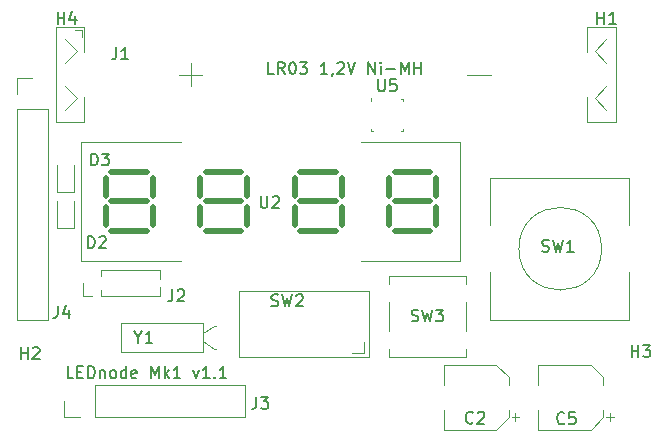
<source format=gbr>
%TF.GenerationSoftware,KiCad,Pcbnew,6.0.2-1.fc35*%
%TF.CreationDate,2022-04-22T15:47:55+02:00*%
%TF.ProjectId,LEDnode,4c45446e-6f64-4652-9e6b-696361645f70,rev?*%
%TF.SameCoordinates,Original*%
%TF.FileFunction,Legend,Top*%
%TF.FilePolarity,Positive*%
%FSLAX46Y46*%
G04 Gerber Fmt 4.6, Leading zero omitted, Abs format (unit mm)*
G04 Created by KiCad (PCBNEW 6.0.2-1.fc35) date 2022-04-22 15:47:55*
%MOMM*%
%LPD*%
G01*
G04 APERTURE LIST*
%ADD10C,0.150000*%
%ADD11C,0.120000*%
%ADD12C,0.500000*%
%ADD13C,0.100000*%
G04 APERTURE END LIST*
D10*
X81785714Y-99952380D02*
X81309523Y-99952380D01*
X81309523Y-98952380D01*
X82119047Y-99428571D02*
X82452380Y-99428571D01*
X82595238Y-99952380D02*
X82119047Y-99952380D01*
X82119047Y-98952380D01*
X82595238Y-98952380D01*
X83023809Y-99952380D02*
X83023809Y-98952380D01*
X83261904Y-98952380D01*
X83404761Y-99000000D01*
X83500000Y-99095238D01*
X83547619Y-99190476D01*
X83595238Y-99380952D01*
X83595238Y-99523809D01*
X83547619Y-99714285D01*
X83500000Y-99809523D01*
X83404761Y-99904761D01*
X83261904Y-99952380D01*
X83023809Y-99952380D01*
X84023809Y-99285714D02*
X84023809Y-99952380D01*
X84023809Y-99380952D02*
X84071428Y-99333333D01*
X84166666Y-99285714D01*
X84309523Y-99285714D01*
X84404761Y-99333333D01*
X84452380Y-99428571D01*
X84452380Y-99952380D01*
X85071428Y-99952380D02*
X84976190Y-99904761D01*
X84928571Y-99857142D01*
X84880952Y-99761904D01*
X84880952Y-99476190D01*
X84928571Y-99380952D01*
X84976190Y-99333333D01*
X85071428Y-99285714D01*
X85214285Y-99285714D01*
X85309523Y-99333333D01*
X85357142Y-99380952D01*
X85404761Y-99476190D01*
X85404761Y-99761904D01*
X85357142Y-99857142D01*
X85309523Y-99904761D01*
X85214285Y-99952380D01*
X85071428Y-99952380D01*
X86261904Y-99952380D02*
X86261904Y-98952380D01*
X86261904Y-99904761D02*
X86166666Y-99952380D01*
X85976190Y-99952380D01*
X85880952Y-99904761D01*
X85833333Y-99857142D01*
X85785714Y-99761904D01*
X85785714Y-99476190D01*
X85833333Y-99380952D01*
X85880952Y-99333333D01*
X85976190Y-99285714D01*
X86166666Y-99285714D01*
X86261904Y-99333333D01*
X87119047Y-99904761D02*
X87023809Y-99952380D01*
X86833333Y-99952380D01*
X86738095Y-99904761D01*
X86690476Y-99809523D01*
X86690476Y-99428571D01*
X86738095Y-99333333D01*
X86833333Y-99285714D01*
X87023809Y-99285714D01*
X87119047Y-99333333D01*
X87166666Y-99428571D01*
X87166666Y-99523809D01*
X86690476Y-99619047D01*
X88357142Y-99952380D02*
X88357142Y-98952380D01*
X88690476Y-99666666D01*
X89023809Y-98952380D01*
X89023809Y-99952380D01*
X89500000Y-99952380D02*
X89500000Y-98952380D01*
X89595238Y-99571428D02*
X89880952Y-99952380D01*
X89880952Y-99285714D02*
X89500000Y-99666666D01*
X90833333Y-99952380D02*
X90261904Y-99952380D01*
X90547619Y-99952380D02*
X90547619Y-98952380D01*
X90452380Y-99095238D01*
X90357142Y-99190476D01*
X90261904Y-99238095D01*
X91928571Y-99285714D02*
X92166666Y-99952380D01*
X92404761Y-99285714D01*
X93309523Y-99952380D02*
X92738095Y-99952380D01*
X93023809Y-99952380D02*
X93023809Y-98952380D01*
X92928571Y-99095238D01*
X92833333Y-99190476D01*
X92738095Y-99238095D01*
X93738095Y-99857142D02*
X93785714Y-99904761D01*
X93738095Y-99952380D01*
X93690476Y-99904761D01*
X93738095Y-99857142D01*
X93738095Y-99952380D01*
X94738095Y-99952380D02*
X94166666Y-99952380D01*
X94452380Y-99952380D02*
X94452380Y-98952380D01*
X94357142Y-99095238D01*
X94261904Y-99190476D01*
X94166666Y-99238095D01*
%TO.C,J1*%
X85416666Y-71952380D02*
X85416666Y-72666666D01*
X85369047Y-72809523D01*
X85273809Y-72904761D01*
X85130952Y-72952380D01*
X85035714Y-72952380D01*
X86416666Y-72952380D02*
X85845238Y-72952380D01*
X86130952Y-72952380D02*
X86130952Y-71952380D01*
X86035714Y-72095238D01*
X85940476Y-72190476D01*
X85845238Y-72238095D01*
X98750000Y-74202380D02*
X98273809Y-74202380D01*
X98273809Y-73202380D01*
X99654761Y-74202380D02*
X99321428Y-73726190D01*
X99083333Y-74202380D02*
X99083333Y-73202380D01*
X99464285Y-73202380D01*
X99559523Y-73250000D01*
X99607142Y-73297619D01*
X99654761Y-73392857D01*
X99654761Y-73535714D01*
X99607142Y-73630952D01*
X99559523Y-73678571D01*
X99464285Y-73726190D01*
X99083333Y-73726190D01*
X100273809Y-73202380D02*
X100369047Y-73202380D01*
X100464285Y-73250000D01*
X100511904Y-73297619D01*
X100559523Y-73392857D01*
X100607142Y-73583333D01*
X100607142Y-73821428D01*
X100559523Y-74011904D01*
X100511904Y-74107142D01*
X100464285Y-74154761D01*
X100369047Y-74202380D01*
X100273809Y-74202380D01*
X100178571Y-74154761D01*
X100130952Y-74107142D01*
X100083333Y-74011904D01*
X100035714Y-73821428D01*
X100035714Y-73583333D01*
X100083333Y-73392857D01*
X100130952Y-73297619D01*
X100178571Y-73250000D01*
X100273809Y-73202380D01*
X100940476Y-73202380D02*
X101559523Y-73202380D01*
X101226190Y-73583333D01*
X101369047Y-73583333D01*
X101464285Y-73630952D01*
X101511904Y-73678571D01*
X101559523Y-73773809D01*
X101559523Y-74011904D01*
X101511904Y-74107142D01*
X101464285Y-74154761D01*
X101369047Y-74202380D01*
X101083333Y-74202380D01*
X100988095Y-74154761D01*
X100940476Y-74107142D01*
X103273809Y-74202380D02*
X102702380Y-74202380D01*
X102988095Y-74202380D02*
X102988095Y-73202380D01*
X102892857Y-73345238D01*
X102797619Y-73440476D01*
X102702380Y-73488095D01*
X103750000Y-74154761D02*
X103750000Y-74202380D01*
X103702380Y-74297619D01*
X103654761Y-74345238D01*
X104130952Y-73297619D02*
X104178571Y-73250000D01*
X104273809Y-73202380D01*
X104511904Y-73202380D01*
X104607142Y-73250000D01*
X104654761Y-73297619D01*
X104702380Y-73392857D01*
X104702380Y-73488095D01*
X104654761Y-73630952D01*
X104083333Y-74202380D01*
X104702380Y-74202380D01*
X104988095Y-73202380D02*
X105321428Y-74202380D01*
X105654761Y-73202380D01*
X106750000Y-74202380D02*
X106750000Y-73202380D01*
X107321428Y-74202380D01*
X107321428Y-73202380D01*
X107797619Y-74202380D02*
X107797619Y-73535714D01*
X107797619Y-73202380D02*
X107750000Y-73250000D01*
X107797619Y-73297619D01*
X107845238Y-73250000D01*
X107797619Y-73202380D01*
X107797619Y-73297619D01*
X108273809Y-73821428D02*
X109035714Y-73821428D01*
X109511904Y-74202380D02*
X109511904Y-73202380D01*
X109845238Y-73916666D01*
X110178571Y-73202380D01*
X110178571Y-74202380D01*
X110654761Y-74202380D02*
X110654761Y-73202380D01*
X110654761Y-73678571D02*
X111226190Y-73678571D01*
X111226190Y-74202380D02*
X111226190Y-73202380D01*
%TO.C,SW1*%
X121466666Y-89204761D02*
X121609523Y-89252380D01*
X121847619Y-89252380D01*
X121942857Y-89204761D01*
X121990476Y-89157142D01*
X122038095Y-89061904D01*
X122038095Y-88966666D01*
X121990476Y-88871428D01*
X121942857Y-88823809D01*
X121847619Y-88776190D01*
X121657142Y-88728571D01*
X121561904Y-88680952D01*
X121514285Y-88633333D01*
X121466666Y-88538095D01*
X121466666Y-88442857D01*
X121514285Y-88347619D01*
X121561904Y-88300000D01*
X121657142Y-88252380D01*
X121895238Y-88252380D01*
X122038095Y-88300000D01*
X122371428Y-88252380D02*
X122609523Y-89252380D01*
X122800000Y-88538095D01*
X122990476Y-89252380D01*
X123228571Y-88252380D01*
X124133333Y-89252380D02*
X123561904Y-89252380D01*
X123847619Y-89252380D02*
X123847619Y-88252380D01*
X123752380Y-88395238D01*
X123657142Y-88490476D01*
X123561904Y-88538095D01*
%TO.C,H4*%
X80438095Y-69952380D02*
X80438095Y-68952380D01*
X80438095Y-69428571D02*
X81009523Y-69428571D01*
X81009523Y-69952380D02*
X81009523Y-68952380D01*
X81914285Y-69285714D02*
X81914285Y-69952380D01*
X81676190Y-68904761D02*
X81438095Y-69619047D01*
X82057142Y-69619047D01*
%TO.C,C5*%
X123343333Y-103757142D02*
X123295714Y-103804761D01*
X123152857Y-103852380D01*
X123057619Y-103852380D01*
X122914761Y-103804761D01*
X122819523Y-103709523D01*
X122771904Y-103614285D01*
X122724285Y-103423809D01*
X122724285Y-103280952D01*
X122771904Y-103090476D01*
X122819523Y-102995238D01*
X122914761Y-102900000D01*
X123057619Y-102852380D01*
X123152857Y-102852380D01*
X123295714Y-102900000D01*
X123343333Y-102947619D01*
X124248095Y-102852380D02*
X123771904Y-102852380D01*
X123724285Y-103328571D01*
X123771904Y-103280952D01*
X123867142Y-103233333D01*
X124105238Y-103233333D01*
X124200476Y-103280952D01*
X124248095Y-103328571D01*
X124295714Y-103423809D01*
X124295714Y-103661904D01*
X124248095Y-103757142D01*
X124200476Y-103804761D01*
X124105238Y-103852380D01*
X123867142Y-103852380D01*
X123771904Y-103804761D01*
X123724285Y-103757142D01*
%TO.C,J3*%
X97266666Y-101552380D02*
X97266666Y-102266666D01*
X97219047Y-102409523D01*
X97123809Y-102504761D01*
X96980952Y-102552380D01*
X96885714Y-102552380D01*
X97647619Y-101552380D02*
X98266666Y-101552380D01*
X97933333Y-101933333D01*
X98076190Y-101933333D01*
X98171428Y-101980952D01*
X98219047Y-102028571D01*
X98266666Y-102123809D01*
X98266666Y-102361904D01*
X98219047Y-102457142D01*
X98171428Y-102504761D01*
X98076190Y-102552380D01*
X97790476Y-102552380D01*
X97695238Y-102504761D01*
X97647619Y-102457142D01*
%TO.C,H3*%
X129038095Y-98152380D02*
X129038095Y-97152380D01*
X129038095Y-97628571D02*
X129609523Y-97628571D01*
X129609523Y-98152380D02*
X129609523Y-97152380D01*
X129990476Y-97152380D02*
X130609523Y-97152380D01*
X130276190Y-97533333D01*
X130419047Y-97533333D01*
X130514285Y-97580952D01*
X130561904Y-97628571D01*
X130609523Y-97723809D01*
X130609523Y-97961904D01*
X130561904Y-98057142D01*
X130514285Y-98104761D01*
X130419047Y-98152380D01*
X130133333Y-98152380D01*
X130038095Y-98104761D01*
X129990476Y-98057142D01*
%TO.C,SW2*%
X98550594Y-93827619D02*
X98693451Y-93875238D01*
X98931547Y-93875238D01*
X99026785Y-93827619D01*
X99074404Y-93780000D01*
X99122023Y-93684762D01*
X99122023Y-93589524D01*
X99074404Y-93494286D01*
X99026785Y-93446667D01*
X98931547Y-93399048D01*
X98741070Y-93351429D01*
X98645832Y-93303810D01*
X98598213Y-93256191D01*
X98550594Y-93160953D01*
X98550594Y-93065715D01*
X98598213Y-92970477D01*
X98645832Y-92922858D01*
X98741070Y-92875238D01*
X98979166Y-92875238D01*
X99122023Y-92922858D01*
X99455356Y-92875238D02*
X99693451Y-93875238D01*
X99883928Y-93160953D01*
X100074404Y-93875238D01*
X100312499Y-92875238D01*
X100645832Y-92970477D02*
X100693451Y-92922858D01*
X100788689Y-92875238D01*
X101026785Y-92875238D01*
X101122023Y-92922858D01*
X101169642Y-92970477D01*
X101217261Y-93065715D01*
X101217261Y-93160953D01*
X101169642Y-93303810D01*
X100598213Y-93875238D01*
X101217261Y-93875238D01*
%TO.C,C2*%
X115613333Y-103707142D02*
X115565714Y-103754761D01*
X115422857Y-103802380D01*
X115327619Y-103802380D01*
X115184761Y-103754761D01*
X115089523Y-103659523D01*
X115041904Y-103564285D01*
X114994285Y-103373809D01*
X114994285Y-103230952D01*
X115041904Y-103040476D01*
X115089523Y-102945238D01*
X115184761Y-102850000D01*
X115327619Y-102802380D01*
X115422857Y-102802380D01*
X115565714Y-102850000D01*
X115613333Y-102897619D01*
X115994285Y-102897619D02*
X116041904Y-102850000D01*
X116137142Y-102802380D01*
X116375238Y-102802380D01*
X116470476Y-102850000D01*
X116518095Y-102897619D01*
X116565714Y-102992857D01*
X116565714Y-103088095D01*
X116518095Y-103230952D01*
X115946666Y-103802380D01*
X116565714Y-103802380D01*
%TO.C,SW3*%
X110416666Y-95104761D02*
X110559523Y-95152380D01*
X110797619Y-95152380D01*
X110892857Y-95104761D01*
X110940476Y-95057142D01*
X110988095Y-94961904D01*
X110988095Y-94866666D01*
X110940476Y-94771428D01*
X110892857Y-94723809D01*
X110797619Y-94676190D01*
X110607142Y-94628571D01*
X110511904Y-94580952D01*
X110464285Y-94533333D01*
X110416666Y-94438095D01*
X110416666Y-94342857D01*
X110464285Y-94247619D01*
X110511904Y-94200000D01*
X110607142Y-94152380D01*
X110845238Y-94152380D01*
X110988095Y-94200000D01*
X111321428Y-94152380D02*
X111559523Y-95152380D01*
X111750000Y-94438095D01*
X111940476Y-95152380D01*
X112178571Y-94152380D01*
X112464285Y-94152380D02*
X113083333Y-94152380D01*
X112750000Y-94533333D01*
X112892857Y-94533333D01*
X112988095Y-94580952D01*
X113035714Y-94628571D01*
X113083333Y-94723809D01*
X113083333Y-94961904D01*
X113035714Y-95057142D01*
X112988095Y-95104761D01*
X112892857Y-95152380D01*
X112607142Y-95152380D01*
X112511904Y-95104761D01*
X112464285Y-95057142D01*
%TO.C,H1*%
X126138095Y-69952380D02*
X126138095Y-68952380D01*
X126138095Y-69428571D02*
X126709523Y-69428571D01*
X126709523Y-69952380D02*
X126709523Y-68952380D01*
X127709523Y-69952380D02*
X127138095Y-69952380D01*
X127423809Y-69952380D02*
X127423809Y-68952380D01*
X127328571Y-69095238D01*
X127233333Y-69190476D01*
X127138095Y-69238095D01*
%TO.C,J4*%
X80466666Y-93852380D02*
X80466666Y-94566666D01*
X80419047Y-94709523D01*
X80323809Y-94804761D01*
X80180952Y-94852380D01*
X80085714Y-94852380D01*
X81371428Y-94185714D02*
X81371428Y-94852380D01*
X81133333Y-93804761D02*
X80895238Y-94519047D01*
X81514285Y-94519047D01*
%TO.C,U2*%
X97638095Y-84552380D02*
X97638095Y-85361904D01*
X97685714Y-85457142D01*
X97733333Y-85504761D01*
X97828571Y-85552380D01*
X98019047Y-85552380D01*
X98114285Y-85504761D01*
X98161904Y-85457142D01*
X98209523Y-85361904D01*
X98209523Y-84552380D01*
X98638095Y-84647619D02*
X98685714Y-84600000D01*
X98780952Y-84552380D01*
X99019047Y-84552380D01*
X99114285Y-84600000D01*
X99161904Y-84647619D01*
X99209523Y-84742857D01*
X99209523Y-84838095D01*
X99161904Y-84980952D01*
X98590476Y-85552380D01*
X99209523Y-85552380D01*
%TO.C,Y1*%
X87273809Y-96476190D02*
X87273809Y-96952380D01*
X86940476Y-95952380D02*
X87273809Y-96476190D01*
X87607142Y-95952380D01*
X88464285Y-96952380D02*
X87892857Y-96952380D01*
X88178571Y-96952380D02*
X88178571Y-95952380D01*
X88083333Y-96095238D01*
X87988095Y-96190476D01*
X87892857Y-96238095D01*
%TO.C,J2*%
X90166666Y-92452380D02*
X90166666Y-93166666D01*
X90119047Y-93309523D01*
X90023809Y-93404761D01*
X89880952Y-93452380D01*
X89785714Y-93452380D01*
X90595238Y-92547619D02*
X90642857Y-92500000D01*
X90738095Y-92452380D01*
X90976190Y-92452380D01*
X91071428Y-92500000D01*
X91119047Y-92547619D01*
X91166666Y-92642857D01*
X91166666Y-92738095D01*
X91119047Y-92880952D01*
X90547619Y-93452380D01*
X91166666Y-93452380D01*
%TO.C,D3*%
X83261904Y-81952380D02*
X83261904Y-80952380D01*
X83500000Y-80952380D01*
X83642857Y-81000000D01*
X83738095Y-81095238D01*
X83785714Y-81190476D01*
X83833333Y-81380952D01*
X83833333Y-81523809D01*
X83785714Y-81714285D01*
X83738095Y-81809523D01*
X83642857Y-81904761D01*
X83500000Y-81952380D01*
X83261904Y-81952380D01*
X84166666Y-80952380D02*
X84785714Y-80952380D01*
X84452380Y-81333333D01*
X84595238Y-81333333D01*
X84690476Y-81380952D01*
X84738095Y-81428571D01*
X84785714Y-81523809D01*
X84785714Y-81761904D01*
X84738095Y-81857142D01*
X84690476Y-81904761D01*
X84595238Y-81952380D01*
X84309523Y-81952380D01*
X84214285Y-81904761D01*
X84166666Y-81857142D01*
%TO.C,U5*%
X107565106Y-74662380D02*
X107565106Y-75471904D01*
X107612725Y-75567142D01*
X107660344Y-75614761D01*
X107755582Y-75662380D01*
X107946058Y-75662380D01*
X108041296Y-75614761D01*
X108088915Y-75567142D01*
X108136534Y-75471904D01*
X108136534Y-74662380D01*
X109088915Y-74662380D02*
X108612725Y-74662380D01*
X108565106Y-75138571D01*
X108612725Y-75090952D01*
X108707963Y-75043333D01*
X108946058Y-75043333D01*
X109041296Y-75090952D01*
X109088915Y-75138571D01*
X109136534Y-75233809D01*
X109136534Y-75471904D01*
X109088915Y-75567142D01*
X109041296Y-75614761D01*
X108946058Y-75662380D01*
X108707963Y-75662380D01*
X108612725Y-75614761D01*
X108565106Y-75567142D01*
%TO.C,H2*%
X77338095Y-98352380D02*
X77338095Y-97352380D01*
X77338095Y-97828571D02*
X77909523Y-97828571D01*
X77909523Y-98352380D02*
X77909523Y-97352380D01*
X78338095Y-97447619D02*
X78385714Y-97400000D01*
X78480952Y-97352380D01*
X78719047Y-97352380D01*
X78814285Y-97400000D01*
X78861904Y-97447619D01*
X78909523Y-97542857D01*
X78909523Y-97638095D01*
X78861904Y-97780952D01*
X78290476Y-98352380D01*
X78909523Y-98352380D01*
%TO.C,D2*%
X83011904Y-88952380D02*
X83011904Y-87952380D01*
X83250000Y-87952380D01*
X83392857Y-88000000D01*
X83488095Y-88095238D01*
X83535714Y-88190476D01*
X83583333Y-88380952D01*
X83583333Y-88523809D01*
X83535714Y-88714285D01*
X83488095Y-88809523D01*
X83392857Y-88904761D01*
X83250000Y-88952380D01*
X83011904Y-88952380D01*
X83964285Y-88047619D02*
X84011904Y-88000000D01*
X84107142Y-87952380D01*
X84345238Y-87952380D01*
X84440476Y-88000000D01*
X84488095Y-88047619D01*
X84535714Y-88142857D01*
X84535714Y-88238095D01*
X84488095Y-88380952D01*
X83916666Y-88952380D01*
X84535714Y-88952380D01*
D11*
%TO.C,J1*%
X82500000Y-70450000D02*
X82500000Y-71050000D01*
X82100000Y-76250000D02*
X81100000Y-77250000D01*
X91700000Y-73250000D02*
X91700000Y-75250000D01*
X81100000Y-71250000D02*
X82100000Y-72250000D01*
X125900000Y-76250000D02*
X126900000Y-75250000D01*
X125300000Y-76155000D02*
X125300000Y-78250000D01*
X82700000Y-76155000D02*
X82700000Y-78250000D01*
X82700000Y-72345000D02*
X82700000Y-70250000D01*
X81900000Y-70450000D02*
X82500000Y-70450000D01*
X126900000Y-77250000D02*
X125900000Y-76250000D01*
X125300000Y-70250000D02*
X127700000Y-70250000D01*
X127700000Y-70250000D02*
X127700000Y-78250000D01*
X125300000Y-72345000D02*
X125300000Y-70250000D01*
X82100000Y-72250000D02*
X81100000Y-73250000D01*
X125900000Y-72250000D02*
X126900000Y-71250000D01*
X126900000Y-73250000D02*
X125900000Y-72250000D01*
X81100000Y-75250000D02*
X82100000Y-76250000D01*
X127700000Y-78250000D02*
X125300000Y-78250000D01*
X82700000Y-70250000D02*
X80300000Y-70250000D01*
X80300000Y-70250000D02*
X80300000Y-78250000D01*
X90700000Y-74250000D02*
X92700000Y-74250000D01*
X80300000Y-78250000D02*
X82700000Y-78250000D01*
X115100000Y-74250000D02*
X117100000Y-74250000D01*
%TO.C,SW1*%
X128850000Y-83000000D02*
X128850000Y-87000000D01*
X117050000Y-83000000D02*
X117050000Y-87000000D01*
X117050000Y-91000000D02*
X117050000Y-95000000D01*
X117050000Y-95000000D02*
X128850000Y-95000000D01*
X128850000Y-91000000D02*
X128850000Y-95000000D01*
X117050000Y-83000000D02*
X128850000Y-83000000D01*
X126500000Y-89000000D02*
G75*
G03*
X126500000Y-89000000I-3500000J0D01*
G01*
%TO.C,C5*%
X126660000Y-103265563D02*
X125595563Y-104330000D01*
X126660000Y-99874437D02*
X126660000Y-100510000D01*
X121140000Y-98810000D02*
X121140000Y-100510000D01*
X125595563Y-104330000D02*
X121140000Y-104330000D01*
X126660000Y-103265563D02*
X126660000Y-102630000D01*
X126660000Y-99874437D02*
X125595563Y-98810000D01*
X127212500Y-103567500D02*
X127212500Y-102942500D01*
X127525000Y-103255000D02*
X126900000Y-103255000D01*
X121140000Y-104330000D02*
X121140000Y-102630000D01*
X125595563Y-98810000D02*
X121140000Y-98810000D01*
%TO.C,J3*%
X80970000Y-103230000D02*
X80970000Y-101900000D01*
X83570000Y-103230000D02*
X83570000Y-100570000D01*
X82300000Y-103230000D02*
X80970000Y-103230000D01*
X96330000Y-103230000D02*
X96330000Y-100570000D01*
X83570000Y-100570000D02*
X96330000Y-100570000D01*
X83570000Y-103230000D02*
X96330000Y-103230000D01*
%TO.C,SW2*%
X106341964Y-96861429D02*
X106341964Y-97861429D01*
X95841964Y-92561429D02*
X106841964Y-92561429D01*
X106841964Y-98161429D02*
X106841964Y-92561429D01*
X106341964Y-97861429D02*
X105341964Y-97861429D01*
X95841964Y-98161429D02*
X106841964Y-98161429D01*
X95841964Y-92561429D02*
X95841964Y-98161429D01*
%TO.C,C2*%
X118640000Y-99874437D02*
X118640000Y-100510000D01*
X117575563Y-98810000D02*
X113120000Y-98810000D01*
X118640000Y-103265563D02*
X117575563Y-104330000D01*
X113120000Y-98810000D02*
X113120000Y-100510000D01*
X118640000Y-99874437D02*
X117575563Y-98810000D01*
X113120000Y-104330000D02*
X113120000Y-102630000D01*
X119505000Y-103255000D02*
X118880000Y-103255000D01*
X117575563Y-104330000D02*
X113120000Y-104330000D01*
X119192500Y-103567500D02*
X119192500Y-102942500D01*
X118640000Y-103265563D02*
X118640000Y-102630000D01*
%TO.C,SW3*%
X115000000Y-91350000D02*
X115000000Y-92000000D01*
X108500000Y-91350000D02*
X115000000Y-91350000D01*
X115000000Y-96000000D02*
X115000000Y-93500000D01*
X108500000Y-92000000D02*
X108500000Y-91350000D01*
X108500000Y-96000000D02*
X108500000Y-93500000D01*
X108500000Y-98150000D02*
X115000000Y-98150000D01*
X108500000Y-97500000D02*
X108500000Y-98150000D01*
X115000000Y-98150000D02*
X115000000Y-97500000D01*
%TO.C,J4*%
X76970000Y-75900000D02*
X76970000Y-74570000D01*
X76970000Y-74570000D02*
X78300000Y-74570000D01*
X76970000Y-95010000D02*
X79630000Y-95010000D01*
X76970000Y-77170000D02*
X79630000Y-77170000D01*
X79630000Y-77170000D02*
X79630000Y-95010000D01*
X76970000Y-77170000D02*
X76970000Y-95010000D01*
D12*
%TO.C,U2*%
X84500000Y-83000000D02*
X84500000Y-84500000D01*
D11*
X106120000Y-90000000D02*
X114550000Y-90000000D01*
D12*
X109000000Y-85000000D02*
X112000000Y-85000000D01*
X85000000Y-85000000D02*
X88000000Y-85000000D01*
X101000000Y-85000000D02*
X104000000Y-85000000D01*
X100500000Y-85500000D02*
X100500000Y-87000000D01*
D11*
X114550000Y-80000000D02*
X114550000Y-90000000D01*
D12*
X112500000Y-85500000D02*
X112500000Y-87000000D01*
X108500000Y-83000000D02*
X108500000Y-84500000D01*
D11*
X82450000Y-90000000D02*
X82450000Y-80000000D01*
D12*
X93000000Y-85000000D02*
X96000000Y-85000000D01*
X109000000Y-82500000D02*
X112000000Y-82500000D01*
X93000000Y-82500000D02*
X96000000Y-82500000D01*
X112500000Y-83000000D02*
X112500000Y-84500000D01*
X92500000Y-85500000D02*
X92500000Y-87000000D01*
X108500000Y-85500000D02*
X108500000Y-87000000D01*
D11*
X106120000Y-80000000D02*
X114550000Y-80000000D01*
D12*
X88500000Y-85500000D02*
X88500000Y-87000000D01*
X96500000Y-83000000D02*
X96500000Y-84500000D01*
X92500000Y-83000000D02*
X92500000Y-84500000D01*
X93000000Y-87500000D02*
X96000000Y-87500000D01*
X104500000Y-85500000D02*
X104500000Y-87000000D01*
X101000000Y-87500000D02*
X104000000Y-87500000D01*
D11*
X90880000Y-80000000D02*
X82450000Y-80000000D01*
D12*
X96500000Y-85500000D02*
X96500000Y-87000000D01*
X109000000Y-87500000D02*
X112000000Y-87500000D01*
X104500000Y-83000000D02*
X104500000Y-84500000D01*
X101000000Y-82500000D02*
X104000000Y-82500000D01*
X88500000Y-83000000D02*
X88500000Y-84500000D01*
X84500000Y-85500000D02*
X84500000Y-87000000D01*
X85000000Y-82500000D02*
X88000000Y-82500000D01*
X100500000Y-83000000D02*
X100500000Y-84500000D01*
D11*
X90880000Y-90000000D02*
X82450000Y-90000000D01*
D12*
X85000000Y-87500000D02*
X88000000Y-87500000D01*
D11*
%TO.C,Y1*%
X92750000Y-97730000D02*
X92750000Y-95270000D01*
X93650000Y-97450000D02*
X93850000Y-97450000D01*
X85850000Y-95270000D02*
X85850000Y-97730000D01*
X85850000Y-97730000D02*
X92750000Y-97730000D01*
X93650000Y-95550000D02*
X93850000Y-95550000D01*
X92750000Y-95270000D02*
X85850000Y-95270000D01*
X92750000Y-96850000D02*
X93650000Y-97450000D01*
X92750000Y-96150000D02*
X93650000Y-95550000D01*
%TO.C,J2*%
X84110000Y-90790000D02*
X89125000Y-90790000D01*
X83350000Y-93010000D02*
X82590000Y-93010000D01*
X84110000Y-91336529D02*
X84110000Y-90790000D01*
X84110000Y-93010000D02*
X89125000Y-93010000D01*
X84110000Y-93010000D02*
X84110000Y-92463471D01*
X82590000Y-93010000D02*
X82590000Y-91900000D01*
X89125000Y-93010000D02*
X89125000Y-92207530D01*
X89125000Y-91592470D02*
X89125000Y-90790000D01*
%TO.C,D3*%
X80365000Y-84172500D02*
X81835000Y-84172500D01*
X81835000Y-84172500D02*
X81835000Y-81887500D01*
X80365000Y-81887500D02*
X80365000Y-84172500D01*
D13*
%TO.C,U5*%
X106962011Y-79035000D02*
X107112011Y-79035000D01*
X106962011Y-76475000D02*
X106962011Y-76225000D01*
X109662011Y-76325000D02*
X109662011Y-76475000D01*
X106962011Y-79025000D02*
X106962011Y-78875000D01*
X109662011Y-79025000D02*
X109512011Y-79025000D01*
X109662011Y-79025000D02*
X109662011Y-78875000D01*
X109512011Y-76325000D02*
X109662011Y-76325000D01*
D11*
%TO.C,D2*%
X81835000Y-87272500D02*
X81835000Y-84987500D01*
X80365000Y-84987500D02*
X80365000Y-87272500D01*
X80365000Y-87272500D02*
X81835000Y-87272500D01*
%TD*%
M02*

</source>
